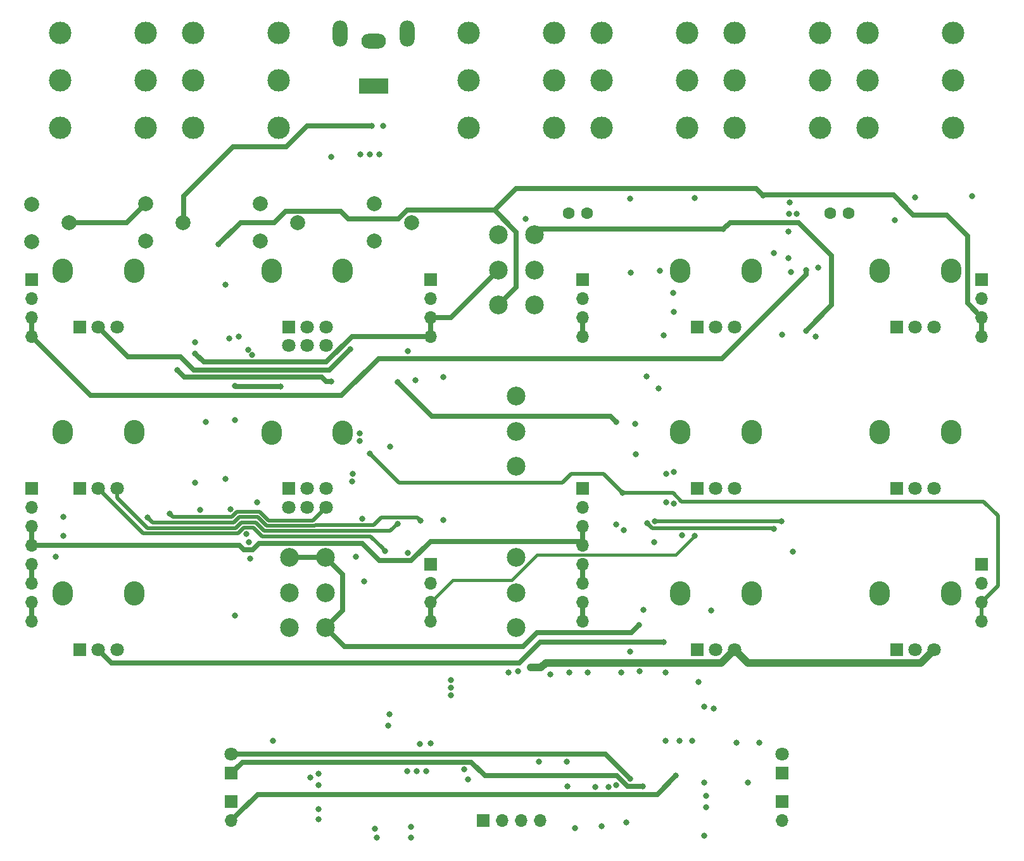
<source format=gtl>
G04 #@! TF.GenerationSoftware,KiCad,Pcbnew,5.1.10-88a1d61d58~90~ubuntu20.04.1*
G04 #@! TF.CreationDate,2021-08-08T15:21:02-04:00*
G04 #@! TF.ProjectId,stereo_whooshy_sound_main_pcb,73746572-656f-45f7-9768-6f6f7368795f,0*
G04 #@! TF.SameCoordinates,Original*
G04 #@! TF.FileFunction,Copper,L1,Top*
G04 #@! TF.FilePolarity,Positive*
%FSLAX46Y46*%
G04 Gerber Fmt 4.6, Leading zero omitted, Abs format (unit mm)*
G04 Created by KiCad (PCBNEW 5.1.10-88a1d61d58~90~ubuntu20.04.1) date 2021-08-08 15:21:02*
%MOMM*%
%LPD*%
G01*
G04 APERTURE LIST*
G04 #@! TA.AperFunction,ComponentPad*
%ADD10C,3.000000*%
G04 #@! TD*
G04 #@! TA.AperFunction,ComponentPad*
%ADD11C,2.000000*%
G04 #@! TD*
G04 #@! TA.AperFunction,ComponentPad*
%ADD12O,2.000000X3.500000*%
G04 #@! TD*
G04 #@! TA.AperFunction,ComponentPad*
%ADD13O,3.300000X2.000000*%
G04 #@! TD*
G04 #@! TA.AperFunction,ComponentPad*
%ADD14R,4.000000X2.000000*%
G04 #@! TD*
G04 #@! TA.AperFunction,ComponentPad*
%ADD15O,1.700000X1.700000*%
G04 #@! TD*
G04 #@! TA.AperFunction,ComponentPad*
%ADD16R,1.700000X1.700000*%
G04 #@! TD*
G04 #@! TA.AperFunction,ComponentPad*
%ADD17C,1.800000*%
G04 #@! TD*
G04 #@! TA.AperFunction,ComponentPad*
%ADD18R,1.800000X1.800000*%
G04 #@! TD*
G04 #@! TA.AperFunction,ComponentPad*
%ADD19C,1.600000*%
G04 #@! TD*
G04 #@! TA.AperFunction,ComponentPad*
%ADD20O,2.720000X3.240000*%
G04 #@! TD*
G04 #@! TA.AperFunction,ComponentPad*
%ADD21C,2.500000*%
G04 #@! TD*
G04 #@! TA.AperFunction,ViaPad*
%ADD22C,0.800000*%
G04 #@! TD*
G04 #@! TA.AperFunction,Conductor*
%ADD23C,1.000000*%
G04 #@! TD*
G04 #@! TA.AperFunction,Conductor*
%ADD24C,0.400000*%
G04 #@! TD*
G04 #@! TA.AperFunction,Conductor*
%ADD25C,0.700000*%
G04 #@! TD*
G04 #@! TA.AperFunction,Conductor*
%ADD26C,0.500000*%
G04 #@! TD*
G04 APERTURE END LIST*
D10*
X10795000Y-11430000D03*
X22225000Y-11430000D03*
X10795000Y-17780000D03*
X10795000Y-5080000D03*
X22225000Y-5080000D03*
X22225000Y-17780000D03*
X28575000Y-11430000D03*
X40005000Y-11430000D03*
X28575000Y-17780000D03*
X28575000Y-5080000D03*
X40005000Y-5080000D03*
X40005000Y-17780000D03*
X65405000Y-11430000D03*
X76835000Y-11430000D03*
X65405000Y-17780000D03*
X65405000Y-5080000D03*
X76835000Y-5080000D03*
X76835000Y-17780000D03*
X83185000Y-11430000D03*
X94615000Y-11430000D03*
X83185000Y-17780000D03*
X83185000Y-5080000D03*
X94615000Y-5080000D03*
X94615000Y-17780000D03*
X100965000Y-11430000D03*
X112395000Y-11430000D03*
X100965000Y-17780000D03*
X100965000Y-5080000D03*
X112395000Y-5080000D03*
X112395000Y-17780000D03*
X118745000Y-11430000D03*
X130175000Y-11430000D03*
X118745000Y-17780000D03*
X118745000Y-5080000D03*
X130175000Y-5080000D03*
X130175000Y-17780000D03*
D11*
X42545000Y-30480000D03*
X37545000Y-32980000D03*
X37545000Y-27980000D03*
X57785000Y-30480000D03*
X52785000Y-32980000D03*
X52785000Y-27980000D03*
X11985000Y-30520000D03*
X6985000Y-33020000D03*
X6985000Y-28020000D03*
X27225000Y-30480000D03*
X22225000Y-32980000D03*
X22225000Y-27980000D03*
D12*
X57205000Y-5175000D03*
X48205000Y-5175000D03*
D13*
X52705000Y-6175000D03*
D14*
X52705000Y-12175000D03*
D15*
X107315000Y-110490000D03*
D16*
X107315000Y-107950000D03*
D15*
X33655000Y-110490000D03*
D16*
X33655000Y-107950000D03*
D15*
X74930000Y-110490000D03*
X72390000Y-110490000D03*
X69850000Y-110490000D03*
D16*
X67310000Y-110490000D03*
D17*
X107315000Y-101600000D03*
D18*
X107315000Y-104140000D03*
D17*
X33655000Y-101600000D03*
D18*
X33655000Y-104140000D03*
D19*
X81240000Y-29210000D03*
X78740000Y-29210000D03*
X113705000Y-29210000D03*
X116205000Y-29210000D03*
D18*
X41315000Y-66080000D03*
D17*
X43815000Y-66080000D03*
X46315000Y-66080000D03*
D20*
X48565000Y-58580000D03*
X39065000Y-58580000D03*
D17*
X46315000Y-68580000D03*
X43815000Y-68580000D03*
X41315000Y-68580000D03*
D18*
X41315000Y-44450000D03*
D17*
X43815000Y-44450000D03*
X46315000Y-44450000D03*
D20*
X48565000Y-36950000D03*
X39065000Y-36950000D03*
D17*
X46315000Y-46950000D03*
X43815000Y-46950000D03*
X41315000Y-46950000D03*
D18*
X122595000Y-87630000D03*
D17*
X125095000Y-87630000D03*
X127595000Y-87630000D03*
D20*
X129895000Y-80130000D03*
X120295000Y-80130000D03*
D18*
X122595000Y-66040000D03*
D17*
X125095000Y-66040000D03*
X127595000Y-66040000D03*
D20*
X129895000Y-58540000D03*
X120295000Y-58540000D03*
D18*
X122595000Y-44450000D03*
D17*
X125095000Y-44450000D03*
X127595000Y-44450000D03*
D20*
X129895000Y-36950000D03*
X120295000Y-36950000D03*
D18*
X95925000Y-87630000D03*
D17*
X98425000Y-87630000D03*
X100925000Y-87630000D03*
D20*
X103225000Y-80130000D03*
X93625000Y-80130000D03*
D18*
X95925000Y-66040000D03*
D17*
X98425000Y-66040000D03*
X100925000Y-66040000D03*
D20*
X103225000Y-58540000D03*
X93625000Y-58540000D03*
D18*
X95925000Y-44450000D03*
D17*
X98425000Y-44450000D03*
X100925000Y-44450000D03*
D20*
X103225000Y-36950000D03*
X93625000Y-36950000D03*
D18*
X13375000Y-87630000D03*
D17*
X15875000Y-87630000D03*
X18375000Y-87630000D03*
D20*
X20675000Y-80130000D03*
X11075000Y-80130000D03*
D18*
X13375000Y-66040000D03*
D17*
X15875000Y-66040000D03*
X18375000Y-66040000D03*
D20*
X20675000Y-58540000D03*
X11075000Y-58540000D03*
D18*
X13375000Y-44450000D03*
D17*
X15875000Y-44450000D03*
X18375000Y-44450000D03*
D20*
X20675000Y-36950000D03*
X11075000Y-36950000D03*
D21*
X46230000Y-84710000D03*
X46230000Y-80010000D03*
X46230000Y-75310000D03*
X41400000Y-84710000D03*
X41400000Y-80010000D03*
X41400000Y-75310000D03*
X71755000Y-84710000D03*
X71755000Y-80010000D03*
X71755000Y-75310000D03*
X71755000Y-63120000D03*
X71755000Y-58420000D03*
X71755000Y-53720000D03*
X74170000Y-41530000D03*
X74170000Y-36830000D03*
X74170000Y-32130000D03*
X69340000Y-41530000D03*
X69340000Y-36830000D03*
X69340000Y-32130000D03*
D15*
X6985000Y-83820000D03*
X6985000Y-81280000D03*
X6985000Y-78740000D03*
X6985000Y-76200000D03*
X6985000Y-73660000D03*
X6985000Y-71120000D03*
X6985000Y-68580000D03*
D16*
X6985000Y-66040000D03*
D15*
X6985000Y-45720000D03*
X6985000Y-43180000D03*
X6985000Y-40640000D03*
D16*
X6985000Y-38100000D03*
D15*
X60325000Y-83820000D03*
X60325000Y-81280000D03*
X60325000Y-78740000D03*
D16*
X60325000Y-76200000D03*
D15*
X60325000Y-45720000D03*
X60325000Y-43180000D03*
X60325000Y-40640000D03*
D16*
X60325000Y-38100000D03*
D15*
X80645000Y-83820000D03*
X80645000Y-81280000D03*
X80645000Y-78740000D03*
X80645000Y-76200000D03*
X80645000Y-73660000D03*
X80645000Y-71120000D03*
X80645000Y-68580000D03*
D16*
X80645000Y-66040000D03*
D15*
X80645000Y-45720000D03*
X80645000Y-43180000D03*
X80645000Y-40640000D03*
D16*
X80645000Y-38100000D03*
D15*
X133985000Y-83820000D03*
X133985000Y-81280000D03*
X133985000Y-78740000D03*
D16*
X133985000Y-76200000D03*
D15*
X133985000Y-45720000D03*
X133985000Y-43180000D03*
X133985000Y-40640000D03*
D16*
X133985000Y-38100000D03*
D22*
X73660000Y-90043000D03*
X75057000Y-90043000D03*
X32893000Y-38798500D03*
X32893000Y-64770000D03*
X34163000Y-83058000D03*
X49847500Y-64135000D03*
X61976000Y-70294500D03*
X54800500Y-96266000D03*
X60325000Y-100203000D03*
X58864500Y-100266500D03*
X44196000Y-104775000D03*
X87693500Y-61468000D03*
X125095000Y-27114500D03*
X132715000Y-26924000D03*
X122364500Y-30162500D03*
X49784000Y-65151000D03*
X29466578Y-68967111D03*
X34163000Y-56934010D03*
X28829000Y-46459977D03*
X35941000Y-47498000D03*
X96139000Y-91948000D03*
X91694000Y-90678000D03*
X78867000Y-90678000D03*
X76327000Y-90932000D03*
X39243000Y-99822000D03*
X86995000Y-27305000D03*
X95631000Y-27178000D03*
X91821000Y-67945000D03*
X11176000Y-69850000D03*
X11176000Y-72390000D03*
X10160000Y-75184000D03*
X65278000Y-105029000D03*
X36449000Y-48198990D03*
X54864000Y-60452000D03*
X92837000Y-68045979D03*
X108267500Y-27747010D03*
X104267000Y-100076000D03*
X102743000Y-105410000D03*
X96901000Y-105410000D03*
X96901000Y-112522000D03*
X86487000Y-110744000D03*
X36195000Y-75437994D03*
X85813990Y-90678000D03*
X61976000Y-51181000D03*
X88265000Y-90508010D03*
X78486000Y-102616000D03*
X74803000Y-102616000D03*
X58420000Y-103886000D03*
X59690000Y-103886000D03*
X57150000Y-103886000D03*
X54610000Y-97790000D03*
X62992000Y-92710000D03*
X62992000Y-91694000D03*
X62992000Y-93726000D03*
X64770000Y-103632000D03*
X93599002Y-99822000D03*
X91694000Y-99822000D03*
X95250000Y-99822000D03*
X73025000Y-29972000D03*
X107315000Y-45466000D03*
X108458000Y-37084000D03*
X87066000Y-37140000D03*
X112095088Y-36482269D03*
X97790000Y-82423000D03*
X81334979Y-90678000D03*
X88745021Y-82296000D03*
X82295377Y-106011495D03*
X91440000Y-45593000D03*
X52832000Y-111633000D03*
X53086006Y-112776000D03*
X57658000Y-111379000D03*
X57658007Y-112775993D03*
X78613000Y-105918000D03*
X90932000Y-36957000D03*
X106172000Y-34544000D03*
X70739000Y-90678000D03*
X71945500Y-90551000D03*
X92837000Y-63881000D03*
X50800000Y-59690000D03*
X50800000Y-58674000D03*
X53467000Y-21336000D03*
X52197000Y-21336000D03*
X50927000Y-21336000D03*
X46990000Y-21717000D03*
X33401000Y-45974000D03*
X34671000Y-45720000D03*
X91821010Y-64135000D03*
X96901000Y-95250000D03*
X98171000Y-95504000D03*
X35687000Y-72136000D03*
X97155000Y-107188000D03*
X97155000Y-108712000D03*
X36019319Y-73283989D03*
X93937001Y-72305999D03*
X109220000Y-29337000D03*
X108204000Y-29337000D03*
X92710000Y-39878000D03*
X108099998Y-31645998D03*
X108099998Y-35248296D03*
X92837000Y-42418000D03*
X55880000Y-51816000D03*
X55880000Y-51816000D03*
X55880000Y-70777010D03*
X85090000Y-57150000D03*
X40259000Y-52451004D03*
X34163000Y-52324000D03*
X52451000Y-17526000D03*
X53911500Y-17526000D03*
X45339000Y-108966000D03*
X45339000Y-110363000D03*
X101219000Y-100076000D03*
X45339000Y-104267000D03*
X45339000Y-105791000D03*
X58293000Y-51602491D03*
X22479000Y-69977000D03*
X58927996Y-70358000D03*
X104724490Y-26809990D03*
X31940500Y-33401000D03*
X52197000Y-61411957D03*
X85979000Y-66675000D03*
X99441000Y-31369000D03*
X110490000Y-44958000D03*
X51435000Y-78486000D03*
X51181000Y-70104000D03*
X95631000Y-72390000D03*
X30226000Y-57150000D03*
X47024223Y-51777990D03*
X26416000Y-50253990D03*
X84074000Y-106045000D03*
X85090000Y-105791000D03*
X87630000Y-57404000D03*
X88138000Y-84328000D03*
X86995000Y-87884000D03*
X49530000Y-47434500D03*
X50292000Y-75184000D03*
X57277000Y-74676000D03*
X79629000Y-111506000D03*
X57277000Y-47686000D03*
X83185000Y-111252000D03*
X85090000Y-70866000D03*
X86995000Y-104902000D03*
X86106000Y-71628000D03*
X88645996Y-105918000D03*
X90297000Y-70485000D03*
X107188000Y-70485004D03*
X89211686Y-70681314D03*
X106172000Y-71501000D03*
X110490000Y-36830000D03*
X90170000Y-73279000D03*
X93091000Y-104521000D03*
X89154000Y-51054000D03*
X111760000Y-45720000D03*
X108765001Y-74495999D03*
X28829000Y-65278000D03*
X28828994Y-48006000D03*
X37084000Y-67945000D03*
X33528000Y-68834000D03*
X25400000Y-69469000D03*
X90805000Y-52705000D03*
X91440000Y-86614000D03*
X54229000Y-74422000D03*
D23*
X75057000Y-90043000D02*
X73660000Y-90043000D01*
X125817000Y-89408000D02*
X127595000Y-87630000D01*
X102703000Y-89408000D02*
X125817000Y-89408000D01*
X100925000Y-87630000D02*
X102703000Y-89408000D01*
X75692000Y-89408000D02*
X75057000Y-90043000D01*
X99147000Y-89408000D02*
X75692000Y-89408000D01*
X100925000Y-87630000D02*
X99147000Y-89408000D01*
D24*
X49847500Y-65087500D02*
X49784000Y-65151000D01*
D25*
X6985000Y-81280000D02*
X6985000Y-83820000D01*
X80645000Y-81280000D02*
X80645000Y-83820000D01*
X6985000Y-76200000D02*
X6985000Y-78740000D01*
X80645000Y-76200000D02*
X80645000Y-78740000D01*
D26*
X54898988Y-71758022D02*
X38064988Y-71758022D01*
X55880000Y-70777010D02*
X54898988Y-71758022D01*
X34989045Y-70585988D02*
X34227045Y-71347988D01*
X18375000Y-67312792D02*
X18375000Y-66040000D01*
X34227045Y-71347988D02*
X22410196Y-71347988D01*
X38064988Y-71758022D02*
X36892955Y-70585988D01*
X36892955Y-70585988D02*
X34989045Y-70585988D01*
X22410196Y-71347988D02*
X18375000Y-67312792D01*
D25*
X57023000Y-52959000D02*
X55880000Y-51816000D01*
X60452000Y-56388000D02*
X57023000Y-52959000D01*
X84328000Y-56388000D02*
X60452000Y-56388000D01*
X85090000Y-57150000D02*
X84328000Y-56388000D01*
D24*
X34290004Y-52451004D02*
X34163000Y-52324000D01*
D25*
X40259000Y-52451004D02*
X34290004Y-52451004D01*
X19685000Y-30520000D02*
X22225000Y-27980000D01*
X11985000Y-30520000D02*
X19685000Y-30520000D01*
X43815000Y-17526000D02*
X52451000Y-17526000D01*
X41021000Y-20320000D02*
X43815000Y-17526000D01*
X33909000Y-20320000D02*
X41021000Y-20320000D01*
X27305000Y-26924000D02*
X33909000Y-20320000D01*
X27305000Y-30480000D02*
X27305000Y-26924000D01*
X27225000Y-30480000D02*
X27305000Y-30480000D01*
X80645000Y-43180000D02*
X80645000Y-45720000D01*
D26*
X23149977Y-70647977D02*
X22479000Y-69977000D01*
X44826954Y-71058011D02*
X38354942Y-71058011D01*
X33937091Y-70647977D02*
X23149977Y-70647977D01*
X34699091Y-69885977D02*
X33937091Y-70647977D01*
X52635501Y-70993000D02*
X44891965Y-70993000D01*
X53701492Y-69927009D02*
X52635501Y-70993000D01*
X38354942Y-71058011D02*
X37182909Y-69885977D01*
X37182909Y-69885977D02*
X34699091Y-69885977D01*
X58497005Y-69927009D02*
X53701492Y-69927009D01*
X44891965Y-70993000D02*
X44826954Y-71058011D01*
X58927996Y-70358000D02*
X58497005Y-69927009D01*
D25*
X133985000Y-43180000D02*
X133985000Y-45720000D01*
X34861500Y-30480000D02*
X31940500Y-33401000D01*
X40900000Y-28929999D02*
X39349999Y-30480000D01*
X48233999Y-28929999D02*
X40900000Y-28929999D01*
X49276000Y-29972000D02*
X48233999Y-28929999D01*
X56007000Y-29972000D02*
X49276000Y-29972000D01*
X68834000Y-28829000D02*
X57150000Y-28829000D01*
X39349999Y-30480000D02*
X34861500Y-30480000D01*
X71755000Y-25908000D02*
X68834000Y-28829000D01*
X57150000Y-28829000D02*
X56007000Y-29972000D01*
X104724490Y-26809990D02*
X103822500Y-25908000D01*
X84201000Y-25908000D02*
X71755000Y-25908000D01*
X103822500Y-25908000D02*
X84201000Y-25908000D01*
X71755000Y-31750000D02*
X68834000Y-28829000D01*
X71755000Y-39115000D02*
X71755000Y-31750000D01*
X69340000Y-41530000D02*
X71755000Y-39115000D01*
X132080000Y-41275000D02*
X133985000Y-43180000D01*
X132080000Y-32258000D02*
X132080000Y-41275000D01*
X129286000Y-29464000D02*
X132080000Y-32258000D01*
X124841000Y-29464000D02*
X129286000Y-29464000D01*
X122174000Y-26797000D02*
X124841000Y-29464000D01*
X104737480Y-26797000D02*
X122174000Y-26797000D01*
X104724490Y-26809990D02*
X104737480Y-26797000D01*
D26*
X133985000Y-81280000D02*
X133985000Y-83820000D01*
X92724023Y-66675000D02*
X85979000Y-66675000D01*
X93867023Y-67818000D02*
X92724023Y-66675000D01*
X134239000Y-67818000D02*
X93867023Y-67818000D01*
X136144000Y-69723000D02*
X134239000Y-67818000D01*
X136144000Y-79121000D02*
X136144000Y-69723000D01*
X133985000Y-81280000D02*
X136144000Y-79121000D01*
X77917998Y-65278000D02*
X56063043Y-65278000D01*
X79060998Y-64135000D02*
X77917998Y-65278000D01*
X83439000Y-64135000D02*
X79060998Y-64135000D01*
X56063043Y-65278000D02*
X52197000Y-61411957D01*
X85979000Y-66675000D02*
X83439000Y-64135000D01*
D25*
X6985000Y-71120000D02*
X6985000Y-73660000D01*
X80645000Y-71120000D02*
X80645000Y-73660000D01*
X80137000Y-73152000D02*
X80645000Y-73660000D01*
X60263751Y-73152000D02*
X80137000Y-73152000D01*
X37323770Y-73406000D02*
X51139998Y-73406000D01*
X53439757Y-75705759D02*
X57709992Y-75705759D01*
X36495771Y-74233999D02*
X37323770Y-73406000D01*
X51139998Y-73406000D02*
X53439757Y-75705759D01*
X35306000Y-74233999D02*
X36495771Y-74233999D01*
X34732001Y-73660000D02*
X35306000Y-74233999D01*
X57709992Y-75705759D02*
X60263751Y-73152000D01*
X6985000Y-73660000D02*
X34732001Y-73660000D01*
D24*
X74170000Y-32130000D02*
X74170000Y-31875000D01*
X74169000Y-32131000D02*
X74170000Y-32130000D01*
D25*
X74931000Y-31369000D02*
X74170000Y-32130000D01*
X99441000Y-31369000D02*
X74931000Y-31369000D01*
X109474000Y-30480000D02*
X113919000Y-34925000D01*
X100330000Y-30480000D02*
X109474000Y-30480000D01*
X113919000Y-41529000D02*
X110490000Y-44958000D01*
X113919000Y-34925000D02*
X113919000Y-41529000D01*
X99441000Y-31369000D02*
X100330000Y-30480000D01*
X60325000Y-81280000D02*
X60325000Y-83820000D01*
D24*
X63245001Y-78359999D02*
X60325000Y-81280000D01*
X71147003Y-78359999D02*
X63245001Y-78359999D01*
X74557003Y-74949999D02*
X71147003Y-78359999D01*
X93071001Y-74949999D02*
X74557003Y-74949999D01*
X95631000Y-72390000D02*
X93071001Y-74949999D01*
D25*
X46343005Y-51777990D02*
X47024223Y-51777990D01*
X45746015Y-51181000D02*
X46343005Y-51777990D01*
X26416000Y-50253990D02*
X27343010Y-51181000D01*
X27343010Y-51181000D02*
X45746015Y-51181000D01*
X87122000Y-85344000D02*
X88138000Y-84328000D01*
X72644000Y-87249000D02*
X74549000Y-85344000D01*
X48769000Y-87249000D02*
X72644000Y-87249000D01*
X74549000Y-85344000D02*
X87122000Y-85344000D01*
X46230000Y-84710000D02*
X48769000Y-87249000D01*
X41400000Y-75310000D02*
X46230000Y-75310000D01*
X48514000Y-77594000D02*
X48514000Y-82426000D01*
X48514000Y-82426000D02*
X46230000Y-84710000D01*
X46230000Y-75310000D02*
X48514000Y-77594000D01*
X49130001Y-47834499D02*
X49530000Y-47434500D01*
X46773489Y-50191011D02*
X49130001Y-47834499D01*
X28622514Y-50191011D02*
X46773489Y-50191011D01*
X26841494Y-48409991D02*
X28622514Y-50191011D01*
X19834991Y-48409991D02*
X26841494Y-48409991D01*
X15875000Y-44450000D02*
X19834991Y-48409991D01*
X33655000Y-101600000D02*
X83693000Y-101600000D01*
X83693000Y-101600000D02*
X86995000Y-104902000D01*
D24*
X33655000Y-104140000D02*
X33820001Y-103974999D01*
D25*
X33820001Y-103974999D02*
X34163000Y-103632000D01*
X86623002Y-105918000D02*
X88645996Y-105918000D01*
X67564009Y-104521009D02*
X85226011Y-104521009D01*
X85226011Y-104521009D02*
X86623002Y-105918000D01*
X35113001Y-102681999D02*
X65724999Y-102681999D01*
X33655000Y-104140000D02*
X35113001Y-102681999D01*
X65724999Y-102681999D02*
X67564009Y-104521009D01*
D26*
X90297000Y-70485000D02*
X107187996Y-70485000D01*
X107187996Y-70485000D02*
X107188000Y-70485004D01*
X106045000Y-71374000D02*
X106172000Y-71501000D01*
X89904372Y-71374000D02*
X106045000Y-71374000D01*
X89211686Y-70681314D02*
X89904372Y-71374000D01*
D25*
X6985000Y-43180000D02*
X6985000Y-45720000D01*
X6985000Y-45720000D02*
X14859000Y-53594000D01*
X14859000Y-53594000D02*
X48387000Y-53594000D01*
X48387000Y-53594000D02*
X53321001Y-48659999D01*
X53321001Y-48659999D02*
X99225686Y-48659999D01*
X99225686Y-48659999D02*
X110490000Y-37395685D01*
X110490000Y-37395685D02*
X110490000Y-36830000D01*
X34504999Y-109640001D02*
X33655000Y-110490000D01*
X37149998Y-106995002D02*
X34504999Y-109640001D01*
X90616998Y-106995002D02*
X37149998Y-106995002D01*
X93091000Y-104521000D02*
X90616998Y-106995002D01*
X62990000Y-43180000D02*
X69340000Y-36830000D01*
X60325000Y-43180000D02*
X62990000Y-43180000D01*
X60325000Y-43180000D02*
X60325000Y-45720000D01*
X60325000Y-45720000D02*
X49768497Y-45720000D01*
X29971994Y-49149000D02*
X28828994Y-48006000D01*
X49768497Y-45720000D02*
X46339497Y-49149000D01*
X46339497Y-49149000D02*
X29971994Y-49149000D01*
D26*
X25799999Y-69868999D02*
X25400000Y-69469000D01*
X33726104Y-69868999D02*
X25799999Y-69868999D01*
X34409137Y-69185966D02*
X33726104Y-69868999D01*
X37472862Y-69185966D02*
X34409137Y-69185966D01*
X38644896Y-70358000D02*
X37472862Y-69185966D01*
X46315000Y-68580000D02*
X44537000Y-70358000D01*
X44537000Y-70358000D02*
X38644896Y-70358000D01*
D25*
X74930000Y-86614000D02*
X91440000Y-86614000D01*
X72136000Y-89408000D02*
X74930000Y-86614000D01*
X17653000Y-89408000D02*
X72136000Y-89408000D01*
X15875000Y-87630000D02*
X17653000Y-89408000D01*
D26*
X15875000Y-66040000D02*
X21882999Y-72047999D01*
X36603001Y-71285999D02*
X37775034Y-72458033D01*
X21882999Y-72047999D02*
X34516999Y-72047999D01*
X52265033Y-72458033D02*
X53829001Y-74022001D01*
X34516999Y-72047999D02*
X35278999Y-71285999D01*
X53829001Y-74022001D02*
X54229000Y-74422000D01*
X37775034Y-72458033D02*
X52265033Y-72458033D01*
X35278999Y-71285999D02*
X36603001Y-71285999D01*
M02*

</source>
